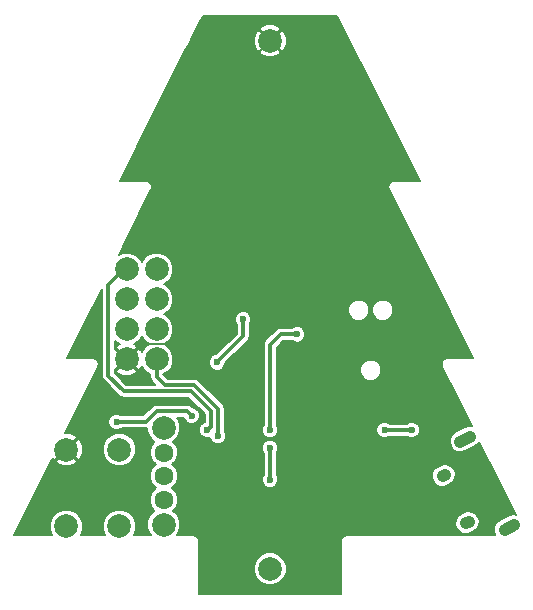
<source format=gbl>
G04 #@! TF.FileFunction,Copper,L2,Bot,Signal*
%FSLAX46Y46*%
G04 Gerber Fmt 4.6, Leading zero omitted, Abs format (unit mm)*
G04 Created by KiCad (PCBNEW 4.0.2+e4-6225~38~ubuntu14.04.1-stable) date Wed 26 Oct 2016 16:13:24 BST*
%MOMM*%
G01*
G04 APERTURE LIST*
%ADD10C,0.100000*%
%ADD11C,2.000000*%
%ADD12C,1.600000*%
%ADD13C,1.000000*%
%ADD14C,0.600000*%
%ADD15C,0.300000*%
%ADD16C,0.150000*%
%ADD17C,0.200000*%
G04 APERTURE END LIST*
D10*
D11*
X117860000Y-106980000D03*
X117860000Y-109520000D03*
X117860000Y-112060000D03*
X117860000Y-114600000D03*
X120400000Y-114600000D03*
X120400000Y-112060000D03*
X120400000Y-109520000D03*
X120400000Y-106980000D03*
X112750000Y-128750000D03*
X117250000Y-128750000D03*
X117250000Y-122250000D03*
X112750000Y-122250000D03*
X130000000Y-87650000D03*
X130000000Y-132350000D03*
D12*
X121000000Y-124500000D03*
X121000000Y-126500000D03*
X121000000Y-122500000D03*
D11*
X121000000Y-120400000D03*
X121000000Y-128600000D03*
D13*
X144601367Y-124511998D02*
X144824905Y-124400058D01*
X146593895Y-128490984D02*
X146817433Y-128379044D01*
X146120100Y-121570642D02*
X146924838Y-121167658D01*
X149858888Y-129036830D02*
X150663626Y-128633846D01*
D14*
X127725000Y-111225000D03*
X125500000Y-114875000D03*
X139700000Y-120600000D03*
X142000000Y-120600000D03*
X122700000Y-114800000D03*
X115225000Y-111025000D03*
X123300000Y-113500000D03*
X145200000Y-114100000D03*
X140100000Y-111700000D03*
X123300000Y-116100000D03*
X136400000Y-88600000D03*
X123600000Y-88600000D03*
X141000000Y-99304739D03*
X119200000Y-98804739D03*
X136000000Y-120400000D03*
X131900000Y-127500000D03*
X124600000Y-132400000D03*
X135400000Y-128500000D03*
X143700000Y-125800000D03*
X143800000Y-125300000D03*
X144200000Y-125600000D03*
X135400000Y-132400000D03*
X126400000Y-126600000D03*
X130000000Y-124800000D03*
X130000000Y-122100000D03*
X132300000Y-112500000D03*
X130000000Y-120600000D03*
X117000000Y-119900000D03*
X123350000Y-119380000D03*
X124700000Y-120600000D03*
X125600000Y-121100000D03*
D15*
X127725000Y-112650000D02*
X127725000Y-111225000D01*
X125500000Y-114875000D02*
X127725000Y-112650000D01*
X142000000Y-120600000D02*
X139700000Y-120600000D01*
D16*
X119200000Y-113325000D02*
X123125000Y-113325000D01*
X123125000Y-113325000D02*
X123300000Y-113500000D01*
X117925000Y-114600000D02*
X119200000Y-113325000D01*
X117860000Y-114600000D02*
X117925000Y-114600000D01*
D15*
X130000000Y-122100000D02*
X130000000Y-124800000D01*
X130900000Y-112500000D02*
X132300000Y-112500000D01*
X130000000Y-113400000D02*
X130900000Y-112500000D01*
X130000000Y-120600000D02*
X130000000Y-113400000D01*
X120400000Y-119000000D02*
X122970000Y-119000000D01*
X122970000Y-119000000D02*
X123350000Y-119380000D01*
X117000000Y-119900000D02*
X119500000Y-119900000D01*
X119500000Y-119900000D02*
X120400000Y-119000000D01*
X125000000Y-120300000D02*
X124700000Y-120600000D01*
X125000000Y-120000000D02*
X125000000Y-120300000D01*
X125000000Y-119000000D02*
X125000000Y-120000000D01*
X123300000Y-117300000D02*
X125000000Y-119000000D01*
X117600000Y-117300000D02*
X123300000Y-117300000D01*
X116300000Y-116000000D02*
X117600000Y-117300000D01*
X116300000Y-108300000D02*
X116300000Y-116000000D01*
X117620000Y-106980000D02*
X116300000Y-108300000D01*
X117860000Y-106980000D02*
X117620000Y-106980000D01*
X125600000Y-118800000D02*
X125600000Y-121100000D01*
X123600000Y-116800000D02*
X125600000Y-118800000D01*
X121100000Y-116800000D02*
X123600000Y-116800000D01*
X120400000Y-116100000D02*
X121100000Y-116800000D01*
X120400000Y-114600000D02*
X120400000Y-116100000D01*
D17*
G36*
X142690982Y-99500000D02*
X140500000Y-99500000D01*
X140482379Y-99503505D01*
X140464556Y-99501258D01*
X140387262Y-99522425D01*
X140308658Y-99538060D01*
X140293721Y-99548041D01*
X140276393Y-99552786D01*
X140213076Y-99601926D01*
X140146447Y-99646447D01*
X140136467Y-99661383D01*
X140122273Y-99672399D01*
X140082586Y-99742021D01*
X140038060Y-99808658D01*
X140034555Y-99826281D01*
X140025659Y-99841886D01*
X140015636Y-99921391D01*
X140000000Y-100000000D01*
X140003505Y-100017621D01*
X140001258Y-100035444D01*
X140022425Y-100112738D01*
X140038060Y-100191342D01*
X140048041Y-100206279D01*
X140052786Y-100223607D01*
X147190982Y-114500000D01*
X145000000Y-114500000D01*
X144982379Y-114503505D01*
X144964556Y-114501258D01*
X144887262Y-114522425D01*
X144808658Y-114538060D01*
X144793721Y-114548041D01*
X144776393Y-114552786D01*
X144713076Y-114601926D01*
X144646447Y-114646447D01*
X144636467Y-114661383D01*
X144622273Y-114672399D01*
X144582586Y-114742021D01*
X144538060Y-114808658D01*
X144534555Y-114826281D01*
X144525659Y-114841886D01*
X144515636Y-114921391D01*
X144500000Y-115000000D01*
X144503505Y-115017621D01*
X144501258Y-115035444D01*
X144522425Y-115112738D01*
X144538060Y-115191342D01*
X144548041Y-115206279D01*
X144552786Y-115223607D01*
X147082483Y-120283000D01*
X146884139Y-120258119D01*
X146545504Y-120351077D01*
X145693468Y-120777745D01*
X145416183Y-120993217D01*
X145242463Y-121298400D01*
X145198754Y-121646832D01*
X145291712Y-121985467D01*
X145507184Y-122262752D01*
X145812367Y-122436472D01*
X146160799Y-122480181D01*
X146499434Y-122387223D01*
X147351470Y-121960555D01*
X147628755Y-121745083D01*
X147727121Y-121572278D01*
X150815196Y-127748426D01*
X150622927Y-127724307D01*
X150284292Y-127817265D01*
X149432256Y-128243933D01*
X149154971Y-128459405D01*
X148981251Y-128764588D01*
X148937542Y-129113020D01*
X149030500Y-129451655D01*
X149068068Y-129500000D01*
X136500000Y-129500000D01*
X136308658Y-129538060D01*
X136146447Y-129646447D01*
X136038060Y-129808658D01*
X136000000Y-130000000D01*
X136000000Y-134500000D01*
X124000000Y-134500000D01*
X124000000Y-132627256D01*
X128599757Y-132627256D01*
X128812445Y-133142000D01*
X129205928Y-133536170D01*
X129720301Y-133749757D01*
X130277256Y-133750243D01*
X130792000Y-133537555D01*
X131186170Y-133144072D01*
X131399757Y-132629699D01*
X131400243Y-132072744D01*
X131187555Y-131558000D01*
X130794072Y-131163830D01*
X130279699Y-130950243D01*
X129722744Y-130949757D01*
X129208000Y-131162445D01*
X128813830Y-131555928D01*
X128600243Y-132070301D01*
X128599757Y-132627256D01*
X124000000Y-132627256D01*
X124000000Y-130000000D01*
X123961940Y-129808658D01*
X123853553Y-129646447D01*
X123691342Y-129538060D01*
X123500000Y-129500000D01*
X122080057Y-129500000D01*
X122186170Y-129394072D01*
X122399757Y-128879699D01*
X122400032Y-128564321D01*
X145678242Y-128564321D01*
X145771199Y-128902956D01*
X145986670Y-129180242D01*
X146291853Y-129353963D01*
X146640285Y-129397672D01*
X146978920Y-129304715D01*
X147238370Y-129174793D01*
X147515656Y-128959322D01*
X147689376Y-128654139D01*
X147733086Y-128305708D01*
X147640129Y-127967072D01*
X147424658Y-127689786D01*
X147119475Y-127516066D01*
X146771043Y-127472356D01*
X146432408Y-127565313D01*
X146172958Y-127695235D01*
X145895672Y-127910706D01*
X145721951Y-128215889D01*
X145678242Y-128564321D01*
X122400032Y-128564321D01*
X122400243Y-128322744D01*
X122187555Y-127808000D01*
X121794072Y-127413830D01*
X121786332Y-127410616D01*
X122016717Y-127180633D01*
X122199791Y-126739742D01*
X122200207Y-126262353D01*
X122017903Y-125821143D01*
X121697057Y-125499735D01*
X122016717Y-125180633D01*
X122199791Y-124739742D01*
X122200207Y-124262353D01*
X122017903Y-123821143D01*
X121697057Y-123499735D01*
X122016717Y-123180633D01*
X122199791Y-122739742D01*
X122200207Y-122262353D01*
X122190405Y-122238628D01*
X129299879Y-122238628D01*
X129406223Y-122496000D01*
X129450000Y-122539854D01*
X129450000Y-124359954D01*
X129406915Y-124402964D01*
X129300122Y-124660150D01*
X129299879Y-124938628D01*
X129406223Y-125196000D01*
X129602964Y-125393085D01*
X129860150Y-125499878D01*
X130138628Y-125500121D01*
X130396000Y-125393777D01*
X130593085Y-125197036D01*
X130699878Y-124939850D01*
X130700121Y-124661372D01*
X130668704Y-124585335D01*
X143685714Y-124585335D01*
X143778671Y-124923970D01*
X143994142Y-125201256D01*
X144299325Y-125374977D01*
X144647757Y-125418686D01*
X144986392Y-125325729D01*
X145245842Y-125195807D01*
X145523128Y-124980336D01*
X145696848Y-124675153D01*
X145740558Y-124326722D01*
X145647601Y-123988086D01*
X145432130Y-123710800D01*
X145126947Y-123537080D01*
X144778515Y-123493370D01*
X144439880Y-123586327D01*
X144180430Y-123716249D01*
X143903144Y-123931720D01*
X143729423Y-124236903D01*
X143685714Y-124585335D01*
X130668704Y-124585335D01*
X130593777Y-124404000D01*
X130550000Y-124360146D01*
X130550000Y-122540046D01*
X130593085Y-122497036D01*
X130699878Y-122239850D01*
X130700121Y-121961372D01*
X130593777Y-121704000D01*
X130397036Y-121506915D01*
X130139850Y-121400122D01*
X129861372Y-121399879D01*
X129604000Y-121506223D01*
X129406915Y-121702964D01*
X129300122Y-121960150D01*
X129299879Y-122238628D01*
X122190405Y-122238628D01*
X122017903Y-121821143D01*
X121786848Y-121589684D01*
X121792000Y-121587555D01*
X122186170Y-121194072D01*
X122399757Y-120679699D01*
X122400243Y-120122744D01*
X122187555Y-119608000D01*
X122129656Y-119550000D01*
X122662842Y-119550000D01*
X122756223Y-119776000D01*
X122952964Y-119973085D01*
X123210150Y-120079878D01*
X123488628Y-120080121D01*
X123746000Y-119973777D01*
X123943085Y-119777036D01*
X124049878Y-119519850D01*
X124050121Y-119241372D01*
X123943777Y-118984000D01*
X123747036Y-118786915D01*
X123489850Y-118680122D01*
X123427886Y-118680068D01*
X123358909Y-118611091D01*
X123180476Y-118491866D01*
X122970000Y-118450000D01*
X120400000Y-118450000D01*
X120189524Y-118491866D01*
X120011091Y-118611091D01*
X119272182Y-119350000D01*
X117440046Y-119350000D01*
X117397036Y-119306915D01*
X117139850Y-119200122D01*
X116861372Y-119199879D01*
X116604000Y-119306223D01*
X116406915Y-119502964D01*
X116300122Y-119760150D01*
X116299879Y-120038628D01*
X116406223Y-120296000D01*
X116602964Y-120493085D01*
X116860150Y-120599878D01*
X117138628Y-120600121D01*
X117396000Y-120493777D01*
X117439854Y-120450000D01*
X119500000Y-120450000D01*
X119599973Y-120430114D01*
X119599757Y-120677256D01*
X119812445Y-121192000D01*
X120205928Y-121586170D01*
X120213668Y-121589384D01*
X119983283Y-121819367D01*
X119800209Y-122260258D01*
X119799793Y-122737647D01*
X119982097Y-123178857D01*
X120302943Y-123500265D01*
X119983283Y-123819367D01*
X119800209Y-124260258D01*
X119799793Y-124737647D01*
X119982097Y-125178857D01*
X120302943Y-125500265D01*
X119983283Y-125819367D01*
X119800209Y-126260258D01*
X119799793Y-126737647D01*
X119982097Y-127178857D01*
X120213152Y-127410316D01*
X120208000Y-127412445D01*
X119813830Y-127805928D01*
X119600243Y-128320301D01*
X119599757Y-128877256D01*
X119812445Y-129392000D01*
X119920257Y-129500000D01*
X118454470Y-129500000D01*
X118649757Y-129029699D01*
X118650243Y-128472744D01*
X118437555Y-127958000D01*
X118044072Y-127563830D01*
X117529699Y-127350243D01*
X116972744Y-127349757D01*
X116458000Y-127562445D01*
X116063830Y-127955928D01*
X115850243Y-128470301D01*
X115849757Y-129027256D01*
X116045091Y-129500000D01*
X113954470Y-129500000D01*
X114149757Y-129029699D01*
X114150243Y-128472744D01*
X113937555Y-127958000D01*
X113544072Y-127563830D01*
X113029699Y-127350243D01*
X112472744Y-127349757D01*
X111958000Y-127562445D01*
X111563830Y-127955928D01*
X111350243Y-128470301D01*
X111349757Y-129027256D01*
X111545091Y-129500000D01*
X108309018Y-129500000D01*
X111447356Y-123223323D01*
X111847388Y-123223323D01*
X111951944Y-123433494D01*
X112465596Y-123648809D01*
X113022546Y-123651167D01*
X113538003Y-123440211D01*
X113548056Y-123433494D01*
X113652612Y-123223323D01*
X112750000Y-122320711D01*
X111847388Y-123223323D01*
X111447356Y-123223323D01*
X111550889Y-123016257D01*
X111559789Y-123038003D01*
X111566506Y-123048056D01*
X111776677Y-123152612D01*
X112679289Y-122250000D01*
X112820711Y-122250000D01*
X113723323Y-123152612D01*
X113933494Y-123048056D01*
X114148809Y-122534404D01*
X114148839Y-122527256D01*
X115849757Y-122527256D01*
X116062445Y-123042000D01*
X116455928Y-123436170D01*
X116970301Y-123649757D01*
X117527256Y-123650243D01*
X118042000Y-123437555D01*
X118436170Y-123044072D01*
X118649757Y-122529699D01*
X118650243Y-121972744D01*
X118437555Y-121458000D01*
X118044072Y-121063830D01*
X117529699Y-120850243D01*
X116972744Y-120849757D01*
X116458000Y-121062445D01*
X116063830Y-121455928D01*
X115850243Y-121970301D01*
X115849757Y-122527256D01*
X114148839Y-122527256D01*
X114151167Y-121977454D01*
X113940211Y-121461997D01*
X113933494Y-121451944D01*
X113723323Y-121347388D01*
X112820711Y-122250000D01*
X112679289Y-122250000D01*
X112665147Y-122235858D01*
X112735858Y-122165147D01*
X112750000Y-122179289D01*
X113652612Y-121276677D01*
X113548056Y-121066506D01*
X113034404Y-120851191D01*
X112634269Y-120849497D01*
X115447214Y-115223607D01*
X115451959Y-115206279D01*
X115461940Y-115191342D01*
X115477574Y-115112746D01*
X115498743Y-115035444D01*
X115496496Y-115017618D01*
X115500000Y-115000000D01*
X115484365Y-114921397D01*
X115474341Y-114841886D01*
X115465445Y-114826281D01*
X115461940Y-114808658D01*
X115417414Y-114742021D01*
X115377727Y-114672399D01*
X115363533Y-114661383D01*
X115353553Y-114646447D01*
X115286924Y-114601926D01*
X115223607Y-114552786D01*
X115206279Y-114548041D01*
X115191342Y-114538060D01*
X115112746Y-114522426D01*
X115035444Y-114501257D01*
X115017618Y-114503504D01*
X115000000Y-114500000D01*
X112809018Y-114500000D01*
X115750000Y-108618035D01*
X115750000Y-116000000D01*
X115791866Y-116210476D01*
X115911091Y-116388909D01*
X117211089Y-117688906D01*
X117211091Y-117688909D01*
X117389524Y-117808134D01*
X117600000Y-117850001D01*
X117600005Y-117850000D01*
X123072182Y-117850000D01*
X124450000Y-119227818D01*
X124450000Y-119945897D01*
X124304000Y-120006223D01*
X124106915Y-120202964D01*
X124000122Y-120460150D01*
X123999879Y-120738628D01*
X124106223Y-120996000D01*
X124302964Y-121193085D01*
X124560150Y-121299878D01*
X124838628Y-121300121D01*
X124912650Y-121269536D01*
X125006223Y-121496000D01*
X125202964Y-121693085D01*
X125460150Y-121799878D01*
X125738628Y-121800121D01*
X125996000Y-121693777D01*
X126193085Y-121497036D01*
X126299878Y-121239850D01*
X126300121Y-120961372D01*
X126208086Y-120738628D01*
X129299879Y-120738628D01*
X129406223Y-120996000D01*
X129602964Y-121193085D01*
X129860150Y-121299878D01*
X130138628Y-121300121D01*
X130396000Y-121193777D01*
X130593085Y-120997036D01*
X130699878Y-120739850D01*
X130699879Y-120738628D01*
X138999879Y-120738628D01*
X139106223Y-120996000D01*
X139302964Y-121193085D01*
X139560150Y-121299878D01*
X139838628Y-121300121D01*
X140096000Y-121193777D01*
X140139854Y-121150000D01*
X141559954Y-121150000D01*
X141602964Y-121193085D01*
X141860150Y-121299878D01*
X142138628Y-121300121D01*
X142396000Y-121193777D01*
X142593085Y-120997036D01*
X142699878Y-120739850D01*
X142700121Y-120461372D01*
X142593777Y-120204000D01*
X142397036Y-120006915D01*
X142139850Y-119900122D01*
X141861372Y-119899879D01*
X141604000Y-120006223D01*
X141560146Y-120050000D01*
X140140046Y-120050000D01*
X140097036Y-120006915D01*
X139839850Y-119900122D01*
X139561372Y-119899879D01*
X139304000Y-120006223D01*
X139106915Y-120202964D01*
X139000122Y-120460150D01*
X138999879Y-120738628D01*
X130699879Y-120738628D01*
X130700121Y-120461372D01*
X130593777Y-120204000D01*
X130550000Y-120160146D01*
X130550000Y-115718236D01*
X137604844Y-115718236D01*
X137741572Y-116049143D01*
X137994525Y-116302538D01*
X138325194Y-116439843D01*
X138683236Y-116440156D01*
X139014143Y-116303428D01*
X139267538Y-116050475D01*
X139404843Y-115719806D01*
X139405156Y-115361764D01*
X139268428Y-115030857D01*
X139015475Y-114777462D01*
X138684806Y-114640157D01*
X138326764Y-114639844D01*
X137995857Y-114776572D01*
X137742462Y-115029525D01*
X137605157Y-115360194D01*
X137604844Y-115718236D01*
X130550000Y-115718236D01*
X130550000Y-113627818D01*
X131127818Y-113050000D01*
X131859954Y-113050000D01*
X131902964Y-113093085D01*
X132160150Y-113199878D01*
X132438628Y-113200121D01*
X132696000Y-113093777D01*
X132893085Y-112897036D01*
X132999878Y-112639850D01*
X133000121Y-112361372D01*
X132893777Y-112104000D01*
X132697036Y-111906915D01*
X132439850Y-111800122D01*
X132161372Y-111799879D01*
X131904000Y-111906223D01*
X131860146Y-111950000D01*
X130900000Y-111950000D01*
X130689524Y-111991866D01*
X130511091Y-112111091D01*
X129611091Y-113011091D01*
X129491866Y-113189524D01*
X129450000Y-113400000D01*
X129450000Y-120159954D01*
X129406915Y-120202964D01*
X129300122Y-120460150D01*
X129299879Y-120738628D01*
X126208086Y-120738628D01*
X126193777Y-120704000D01*
X126150000Y-120660146D01*
X126150000Y-118800000D01*
X126108134Y-118589524D01*
X125988909Y-118411091D01*
X123988909Y-116411091D01*
X123810476Y-116291866D01*
X123600000Y-116250000D01*
X121327817Y-116250000D01*
X120960873Y-115883055D01*
X121192000Y-115787555D01*
X121586170Y-115394072D01*
X121744144Y-115013628D01*
X124799879Y-115013628D01*
X124906223Y-115271000D01*
X125102964Y-115468085D01*
X125360150Y-115574878D01*
X125638628Y-115575121D01*
X125896000Y-115468777D01*
X126093085Y-115272036D01*
X126199878Y-115014850D01*
X126199932Y-114952886D01*
X128113909Y-113038909D01*
X128233134Y-112860476D01*
X128275000Y-112650000D01*
X128275000Y-111665046D01*
X128318085Y-111622036D01*
X128424878Y-111364850D01*
X128425121Y-111086372D01*
X128318777Y-110829000D01*
X128128346Y-110638236D01*
X136588844Y-110638236D01*
X136725572Y-110969143D01*
X136978525Y-111222538D01*
X137309194Y-111359843D01*
X137667236Y-111360156D01*
X137998143Y-111223428D01*
X138251538Y-110970475D01*
X138388843Y-110639806D01*
X138388844Y-110638236D01*
X138620844Y-110638236D01*
X138757572Y-110969143D01*
X139010525Y-111222538D01*
X139341194Y-111359843D01*
X139699236Y-111360156D01*
X140030143Y-111223428D01*
X140283538Y-110970475D01*
X140420843Y-110639806D01*
X140421156Y-110281764D01*
X140284428Y-109950857D01*
X140031475Y-109697462D01*
X139700806Y-109560157D01*
X139342764Y-109559844D01*
X139011857Y-109696572D01*
X138758462Y-109949525D01*
X138621157Y-110280194D01*
X138620844Y-110638236D01*
X138388844Y-110638236D01*
X138389156Y-110281764D01*
X138252428Y-109950857D01*
X137999475Y-109697462D01*
X137668806Y-109560157D01*
X137310764Y-109559844D01*
X136979857Y-109696572D01*
X136726462Y-109949525D01*
X136589157Y-110280194D01*
X136588844Y-110638236D01*
X128128346Y-110638236D01*
X128122036Y-110631915D01*
X127864850Y-110525122D01*
X127586372Y-110524879D01*
X127329000Y-110631223D01*
X127131915Y-110827964D01*
X127025122Y-111085150D01*
X127024879Y-111363628D01*
X127131223Y-111621000D01*
X127175000Y-111664854D01*
X127175000Y-112422182D01*
X125422250Y-114174932D01*
X125361372Y-114174879D01*
X125104000Y-114281223D01*
X124906915Y-114477964D01*
X124800122Y-114735150D01*
X124799879Y-115013628D01*
X121744144Y-115013628D01*
X121799757Y-114879699D01*
X121800243Y-114322744D01*
X121587555Y-113808000D01*
X121194072Y-113413830D01*
X120992327Y-113330058D01*
X121192000Y-113247555D01*
X121586170Y-112854072D01*
X121799757Y-112339699D01*
X121800243Y-111782744D01*
X121587555Y-111268000D01*
X121194072Y-110873830D01*
X120992327Y-110790058D01*
X121192000Y-110707555D01*
X121586170Y-110314072D01*
X121799757Y-109799699D01*
X121800243Y-109242744D01*
X121587555Y-108728000D01*
X121194072Y-108333830D01*
X120992327Y-108250058D01*
X121192000Y-108167555D01*
X121586170Y-107774072D01*
X121799757Y-107259699D01*
X121800243Y-106702744D01*
X121587555Y-106188000D01*
X121194072Y-105793830D01*
X120679699Y-105580243D01*
X120122744Y-105579757D01*
X119608000Y-105792445D01*
X119213830Y-106185928D01*
X119130058Y-106387673D01*
X119047555Y-106188000D01*
X118654072Y-105793830D01*
X118139699Y-105580243D01*
X117582744Y-105579757D01*
X117187479Y-105743077D01*
X119947214Y-100223607D01*
X119951959Y-100206279D01*
X119961940Y-100191342D01*
X119977574Y-100112746D01*
X119998743Y-100035444D01*
X119996496Y-100017618D01*
X120000000Y-100000000D01*
X119984365Y-99921397D01*
X119974341Y-99841886D01*
X119965445Y-99826281D01*
X119961940Y-99808658D01*
X119917414Y-99742021D01*
X119877727Y-99672399D01*
X119863533Y-99661383D01*
X119853553Y-99646447D01*
X119786924Y-99601926D01*
X119723607Y-99552786D01*
X119706279Y-99548041D01*
X119691342Y-99538060D01*
X119612746Y-99522426D01*
X119535444Y-99501257D01*
X119517618Y-99503504D01*
X119500000Y-99500000D01*
X117309018Y-99500000D01*
X122747356Y-88623323D01*
X129097388Y-88623323D01*
X129201944Y-88833494D01*
X129715596Y-89048809D01*
X130272546Y-89051167D01*
X130788003Y-88840211D01*
X130798056Y-88833494D01*
X130902612Y-88623323D01*
X130000000Y-87720711D01*
X129097388Y-88623323D01*
X122747356Y-88623323D01*
X123097745Y-87922546D01*
X128598833Y-87922546D01*
X128809789Y-88438003D01*
X128816506Y-88448056D01*
X129026677Y-88552612D01*
X129929289Y-87650000D01*
X130070711Y-87650000D01*
X130973323Y-88552612D01*
X131183494Y-88448056D01*
X131398809Y-87934404D01*
X131401167Y-87377454D01*
X131190211Y-86861997D01*
X131183494Y-86851944D01*
X130973323Y-86747388D01*
X130070711Y-87650000D01*
X129929289Y-87650000D01*
X129026677Y-86747388D01*
X128816506Y-86851944D01*
X128601191Y-87365596D01*
X128598833Y-87922546D01*
X123097745Y-87922546D01*
X123720679Y-86676677D01*
X129097388Y-86676677D01*
X130000000Y-87579289D01*
X130902612Y-86676677D01*
X130798056Y-86466506D01*
X130284404Y-86251191D01*
X129727454Y-86248833D01*
X129211997Y-86459789D01*
X129201944Y-86466506D01*
X129097388Y-86676677D01*
X123720679Y-86676677D01*
X124309018Y-85500000D01*
X135690982Y-85500000D01*
X142690982Y-99500000D01*
X142690982Y-99500000D01*
G37*
X142690982Y-99500000D02*
X140500000Y-99500000D01*
X140482379Y-99503505D01*
X140464556Y-99501258D01*
X140387262Y-99522425D01*
X140308658Y-99538060D01*
X140293721Y-99548041D01*
X140276393Y-99552786D01*
X140213076Y-99601926D01*
X140146447Y-99646447D01*
X140136467Y-99661383D01*
X140122273Y-99672399D01*
X140082586Y-99742021D01*
X140038060Y-99808658D01*
X140034555Y-99826281D01*
X140025659Y-99841886D01*
X140015636Y-99921391D01*
X140000000Y-100000000D01*
X140003505Y-100017621D01*
X140001258Y-100035444D01*
X140022425Y-100112738D01*
X140038060Y-100191342D01*
X140048041Y-100206279D01*
X140052786Y-100223607D01*
X147190982Y-114500000D01*
X145000000Y-114500000D01*
X144982379Y-114503505D01*
X144964556Y-114501258D01*
X144887262Y-114522425D01*
X144808658Y-114538060D01*
X144793721Y-114548041D01*
X144776393Y-114552786D01*
X144713076Y-114601926D01*
X144646447Y-114646447D01*
X144636467Y-114661383D01*
X144622273Y-114672399D01*
X144582586Y-114742021D01*
X144538060Y-114808658D01*
X144534555Y-114826281D01*
X144525659Y-114841886D01*
X144515636Y-114921391D01*
X144500000Y-115000000D01*
X144503505Y-115017621D01*
X144501258Y-115035444D01*
X144522425Y-115112738D01*
X144538060Y-115191342D01*
X144548041Y-115206279D01*
X144552786Y-115223607D01*
X147082483Y-120283000D01*
X146884139Y-120258119D01*
X146545504Y-120351077D01*
X145693468Y-120777745D01*
X145416183Y-120993217D01*
X145242463Y-121298400D01*
X145198754Y-121646832D01*
X145291712Y-121985467D01*
X145507184Y-122262752D01*
X145812367Y-122436472D01*
X146160799Y-122480181D01*
X146499434Y-122387223D01*
X147351470Y-121960555D01*
X147628755Y-121745083D01*
X147727121Y-121572278D01*
X150815196Y-127748426D01*
X150622927Y-127724307D01*
X150284292Y-127817265D01*
X149432256Y-128243933D01*
X149154971Y-128459405D01*
X148981251Y-128764588D01*
X148937542Y-129113020D01*
X149030500Y-129451655D01*
X149068068Y-129500000D01*
X136500000Y-129500000D01*
X136308658Y-129538060D01*
X136146447Y-129646447D01*
X136038060Y-129808658D01*
X136000000Y-130000000D01*
X136000000Y-134500000D01*
X124000000Y-134500000D01*
X124000000Y-132627256D01*
X128599757Y-132627256D01*
X128812445Y-133142000D01*
X129205928Y-133536170D01*
X129720301Y-133749757D01*
X130277256Y-133750243D01*
X130792000Y-133537555D01*
X131186170Y-133144072D01*
X131399757Y-132629699D01*
X131400243Y-132072744D01*
X131187555Y-131558000D01*
X130794072Y-131163830D01*
X130279699Y-130950243D01*
X129722744Y-130949757D01*
X129208000Y-131162445D01*
X128813830Y-131555928D01*
X128600243Y-132070301D01*
X128599757Y-132627256D01*
X124000000Y-132627256D01*
X124000000Y-130000000D01*
X123961940Y-129808658D01*
X123853553Y-129646447D01*
X123691342Y-129538060D01*
X123500000Y-129500000D01*
X122080057Y-129500000D01*
X122186170Y-129394072D01*
X122399757Y-128879699D01*
X122400032Y-128564321D01*
X145678242Y-128564321D01*
X145771199Y-128902956D01*
X145986670Y-129180242D01*
X146291853Y-129353963D01*
X146640285Y-129397672D01*
X146978920Y-129304715D01*
X147238370Y-129174793D01*
X147515656Y-128959322D01*
X147689376Y-128654139D01*
X147733086Y-128305708D01*
X147640129Y-127967072D01*
X147424658Y-127689786D01*
X147119475Y-127516066D01*
X146771043Y-127472356D01*
X146432408Y-127565313D01*
X146172958Y-127695235D01*
X145895672Y-127910706D01*
X145721951Y-128215889D01*
X145678242Y-128564321D01*
X122400032Y-128564321D01*
X122400243Y-128322744D01*
X122187555Y-127808000D01*
X121794072Y-127413830D01*
X121786332Y-127410616D01*
X122016717Y-127180633D01*
X122199791Y-126739742D01*
X122200207Y-126262353D01*
X122017903Y-125821143D01*
X121697057Y-125499735D01*
X122016717Y-125180633D01*
X122199791Y-124739742D01*
X122200207Y-124262353D01*
X122017903Y-123821143D01*
X121697057Y-123499735D01*
X122016717Y-123180633D01*
X122199791Y-122739742D01*
X122200207Y-122262353D01*
X122190405Y-122238628D01*
X129299879Y-122238628D01*
X129406223Y-122496000D01*
X129450000Y-122539854D01*
X129450000Y-124359954D01*
X129406915Y-124402964D01*
X129300122Y-124660150D01*
X129299879Y-124938628D01*
X129406223Y-125196000D01*
X129602964Y-125393085D01*
X129860150Y-125499878D01*
X130138628Y-125500121D01*
X130396000Y-125393777D01*
X130593085Y-125197036D01*
X130699878Y-124939850D01*
X130700121Y-124661372D01*
X130668704Y-124585335D01*
X143685714Y-124585335D01*
X143778671Y-124923970D01*
X143994142Y-125201256D01*
X144299325Y-125374977D01*
X144647757Y-125418686D01*
X144986392Y-125325729D01*
X145245842Y-125195807D01*
X145523128Y-124980336D01*
X145696848Y-124675153D01*
X145740558Y-124326722D01*
X145647601Y-123988086D01*
X145432130Y-123710800D01*
X145126947Y-123537080D01*
X144778515Y-123493370D01*
X144439880Y-123586327D01*
X144180430Y-123716249D01*
X143903144Y-123931720D01*
X143729423Y-124236903D01*
X143685714Y-124585335D01*
X130668704Y-124585335D01*
X130593777Y-124404000D01*
X130550000Y-124360146D01*
X130550000Y-122540046D01*
X130593085Y-122497036D01*
X130699878Y-122239850D01*
X130700121Y-121961372D01*
X130593777Y-121704000D01*
X130397036Y-121506915D01*
X130139850Y-121400122D01*
X129861372Y-121399879D01*
X129604000Y-121506223D01*
X129406915Y-121702964D01*
X129300122Y-121960150D01*
X129299879Y-122238628D01*
X122190405Y-122238628D01*
X122017903Y-121821143D01*
X121786848Y-121589684D01*
X121792000Y-121587555D01*
X122186170Y-121194072D01*
X122399757Y-120679699D01*
X122400243Y-120122744D01*
X122187555Y-119608000D01*
X122129656Y-119550000D01*
X122662842Y-119550000D01*
X122756223Y-119776000D01*
X122952964Y-119973085D01*
X123210150Y-120079878D01*
X123488628Y-120080121D01*
X123746000Y-119973777D01*
X123943085Y-119777036D01*
X124049878Y-119519850D01*
X124050121Y-119241372D01*
X123943777Y-118984000D01*
X123747036Y-118786915D01*
X123489850Y-118680122D01*
X123427886Y-118680068D01*
X123358909Y-118611091D01*
X123180476Y-118491866D01*
X122970000Y-118450000D01*
X120400000Y-118450000D01*
X120189524Y-118491866D01*
X120011091Y-118611091D01*
X119272182Y-119350000D01*
X117440046Y-119350000D01*
X117397036Y-119306915D01*
X117139850Y-119200122D01*
X116861372Y-119199879D01*
X116604000Y-119306223D01*
X116406915Y-119502964D01*
X116300122Y-119760150D01*
X116299879Y-120038628D01*
X116406223Y-120296000D01*
X116602964Y-120493085D01*
X116860150Y-120599878D01*
X117138628Y-120600121D01*
X117396000Y-120493777D01*
X117439854Y-120450000D01*
X119500000Y-120450000D01*
X119599973Y-120430114D01*
X119599757Y-120677256D01*
X119812445Y-121192000D01*
X120205928Y-121586170D01*
X120213668Y-121589384D01*
X119983283Y-121819367D01*
X119800209Y-122260258D01*
X119799793Y-122737647D01*
X119982097Y-123178857D01*
X120302943Y-123500265D01*
X119983283Y-123819367D01*
X119800209Y-124260258D01*
X119799793Y-124737647D01*
X119982097Y-125178857D01*
X120302943Y-125500265D01*
X119983283Y-125819367D01*
X119800209Y-126260258D01*
X119799793Y-126737647D01*
X119982097Y-127178857D01*
X120213152Y-127410316D01*
X120208000Y-127412445D01*
X119813830Y-127805928D01*
X119600243Y-128320301D01*
X119599757Y-128877256D01*
X119812445Y-129392000D01*
X119920257Y-129500000D01*
X118454470Y-129500000D01*
X118649757Y-129029699D01*
X118650243Y-128472744D01*
X118437555Y-127958000D01*
X118044072Y-127563830D01*
X117529699Y-127350243D01*
X116972744Y-127349757D01*
X116458000Y-127562445D01*
X116063830Y-127955928D01*
X115850243Y-128470301D01*
X115849757Y-129027256D01*
X116045091Y-129500000D01*
X113954470Y-129500000D01*
X114149757Y-129029699D01*
X114150243Y-128472744D01*
X113937555Y-127958000D01*
X113544072Y-127563830D01*
X113029699Y-127350243D01*
X112472744Y-127349757D01*
X111958000Y-127562445D01*
X111563830Y-127955928D01*
X111350243Y-128470301D01*
X111349757Y-129027256D01*
X111545091Y-129500000D01*
X108309018Y-129500000D01*
X111447356Y-123223323D01*
X111847388Y-123223323D01*
X111951944Y-123433494D01*
X112465596Y-123648809D01*
X113022546Y-123651167D01*
X113538003Y-123440211D01*
X113548056Y-123433494D01*
X113652612Y-123223323D01*
X112750000Y-122320711D01*
X111847388Y-123223323D01*
X111447356Y-123223323D01*
X111550889Y-123016257D01*
X111559789Y-123038003D01*
X111566506Y-123048056D01*
X111776677Y-123152612D01*
X112679289Y-122250000D01*
X112820711Y-122250000D01*
X113723323Y-123152612D01*
X113933494Y-123048056D01*
X114148809Y-122534404D01*
X114148839Y-122527256D01*
X115849757Y-122527256D01*
X116062445Y-123042000D01*
X116455928Y-123436170D01*
X116970301Y-123649757D01*
X117527256Y-123650243D01*
X118042000Y-123437555D01*
X118436170Y-123044072D01*
X118649757Y-122529699D01*
X118650243Y-121972744D01*
X118437555Y-121458000D01*
X118044072Y-121063830D01*
X117529699Y-120850243D01*
X116972744Y-120849757D01*
X116458000Y-121062445D01*
X116063830Y-121455928D01*
X115850243Y-121970301D01*
X115849757Y-122527256D01*
X114148839Y-122527256D01*
X114151167Y-121977454D01*
X113940211Y-121461997D01*
X113933494Y-121451944D01*
X113723323Y-121347388D01*
X112820711Y-122250000D01*
X112679289Y-122250000D01*
X112665147Y-122235858D01*
X112735858Y-122165147D01*
X112750000Y-122179289D01*
X113652612Y-121276677D01*
X113548056Y-121066506D01*
X113034404Y-120851191D01*
X112634269Y-120849497D01*
X115447214Y-115223607D01*
X115451959Y-115206279D01*
X115461940Y-115191342D01*
X115477574Y-115112746D01*
X115498743Y-115035444D01*
X115496496Y-115017618D01*
X115500000Y-115000000D01*
X115484365Y-114921397D01*
X115474341Y-114841886D01*
X115465445Y-114826281D01*
X115461940Y-114808658D01*
X115417414Y-114742021D01*
X115377727Y-114672399D01*
X115363533Y-114661383D01*
X115353553Y-114646447D01*
X115286924Y-114601926D01*
X115223607Y-114552786D01*
X115206279Y-114548041D01*
X115191342Y-114538060D01*
X115112746Y-114522426D01*
X115035444Y-114501257D01*
X115017618Y-114503504D01*
X115000000Y-114500000D01*
X112809018Y-114500000D01*
X115750000Y-108618035D01*
X115750000Y-116000000D01*
X115791866Y-116210476D01*
X115911091Y-116388909D01*
X117211089Y-117688906D01*
X117211091Y-117688909D01*
X117389524Y-117808134D01*
X117600000Y-117850001D01*
X117600005Y-117850000D01*
X123072182Y-117850000D01*
X124450000Y-119227818D01*
X124450000Y-119945897D01*
X124304000Y-120006223D01*
X124106915Y-120202964D01*
X124000122Y-120460150D01*
X123999879Y-120738628D01*
X124106223Y-120996000D01*
X124302964Y-121193085D01*
X124560150Y-121299878D01*
X124838628Y-121300121D01*
X124912650Y-121269536D01*
X125006223Y-121496000D01*
X125202964Y-121693085D01*
X125460150Y-121799878D01*
X125738628Y-121800121D01*
X125996000Y-121693777D01*
X126193085Y-121497036D01*
X126299878Y-121239850D01*
X126300121Y-120961372D01*
X126208086Y-120738628D01*
X129299879Y-120738628D01*
X129406223Y-120996000D01*
X129602964Y-121193085D01*
X129860150Y-121299878D01*
X130138628Y-121300121D01*
X130396000Y-121193777D01*
X130593085Y-120997036D01*
X130699878Y-120739850D01*
X130699879Y-120738628D01*
X138999879Y-120738628D01*
X139106223Y-120996000D01*
X139302964Y-121193085D01*
X139560150Y-121299878D01*
X139838628Y-121300121D01*
X140096000Y-121193777D01*
X140139854Y-121150000D01*
X141559954Y-121150000D01*
X141602964Y-121193085D01*
X141860150Y-121299878D01*
X142138628Y-121300121D01*
X142396000Y-121193777D01*
X142593085Y-120997036D01*
X142699878Y-120739850D01*
X142700121Y-120461372D01*
X142593777Y-120204000D01*
X142397036Y-120006915D01*
X142139850Y-119900122D01*
X141861372Y-119899879D01*
X141604000Y-120006223D01*
X141560146Y-120050000D01*
X140140046Y-120050000D01*
X140097036Y-120006915D01*
X139839850Y-119900122D01*
X139561372Y-119899879D01*
X139304000Y-120006223D01*
X139106915Y-120202964D01*
X139000122Y-120460150D01*
X138999879Y-120738628D01*
X130699879Y-120738628D01*
X130700121Y-120461372D01*
X130593777Y-120204000D01*
X130550000Y-120160146D01*
X130550000Y-115718236D01*
X137604844Y-115718236D01*
X137741572Y-116049143D01*
X137994525Y-116302538D01*
X138325194Y-116439843D01*
X138683236Y-116440156D01*
X139014143Y-116303428D01*
X139267538Y-116050475D01*
X139404843Y-115719806D01*
X139405156Y-115361764D01*
X139268428Y-115030857D01*
X139015475Y-114777462D01*
X138684806Y-114640157D01*
X138326764Y-114639844D01*
X137995857Y-114776572D01*
X137742462Y-115029525D01*
X137605157Y-115360194D01*
X137604844Y-115718236D01*
X130550000Y-115718236D01*
X130550000Y-113627818D01*
X131127818Y-113050000D01*
X131859954Y-113050000D01*
X131902964Y-113093085D01*
X132160150Y-113199878D01*
X132438628Y-113200121D01*
X132696000Y-113093777D01*
X132893085Y-112897036D01*
X132999878Y-112639850D01*
X133000121Y-112361372D01*
X132893777Y-112104000D01*
X132697036Y-111906915D01*
X132439850Y-111800122D01*
X132161372Y-111799879D01*
X131904000Y-111906223D01*
X131860146Y-111950000D01*
X130900000Y-111950000D01*
X130689524Y-111991866D01*
X130511091Y-112111091D01*
X129611091Y-113011091D01*
X129491866Y-113189524D01*
X129450000Y-113400000D01*
X129450000Y-120159954D01*
X129406915Y-120202964D01*
X129300122Y-120460150D01*
X129299879Y-120738628D01*
X126208086Y-120738628D01*
X126193777Y-120704000D01*
X126150000Y-120660146D01*
X126150000Y-118800000D01*
X126108134Y-118589524D01*
X125988909Y-118411091D01*
X123988909Y-116411091D01*
X123810476Y-116291866D01*
X123600000Y-116250000D01*
X121327817Y-116250000D01*
X120960873Y-115883055D01*
X121192000Y-115787555D01*
X121586170Y-115394072D01*
X121744144Y-115013628D01*
X124799879Y-115013628D01*
X124906223Y-115271000D01*
X125102964Y-115468085D01*
X125360150Y-115574878D01*
X125638628Y-115575121D01*
X125896000Y-115468777D01*
X126093085Y-115272036D01*
X126199878Y-115014850D01*
X126199932Y-114952886D01*
X128113909Y-113038909D01*
X128233134Y-112860476D01*
X128275000Y-112650000D01*
X128275000Y-111665046D01*
X128318085Y-111622036D01*
X128424878Y-111364850D01*
X128425121Y-111086372D01*
X128318777Y-110829000D01*
X128128346Y-110638236D01*
X136588844Y-110638236D01*
X136725572Y-110969143D01*
X136978525Y-111222538D01*
X137309194Y-111359843D01*
X137667236Y-111360156D01*
X137998143Y-111223428D01*
X138251538Y-110970475D01*
X138388843Y-110639806D01*
X138388844Y-110638236D01*
X138620844Y-110638236D01*
X138757572Y-110969143D01*
X139010525Y-111222538D01*
X139341194Y-111359843D01*
X139699236Y-111360156D01*
X140030143Y-111223428D01*
X140283538Y-110970475D01*
X140420843Y-110639806D01*
X140421156Y-110281764D01*
X140284428Y-109950857D01*
X140031475Y-109697462D01*
X139700806Y-109560157D01*
X139342764Y-109559844D01*
X139011857Y-109696572D01*
X138758462Y-109949525D01*
X138621157Y-110280194D01*
X138620844Y-110638236D01*
X138388844Y-110638236D01*
X138389156Y-110281764D01*
X138252428Y-109950857D01*
X137999475Y-109697462D01*
X137668806Y-109560157D01*
X137310764Y-109559844D01*
X136979857Y-109696572D01*
X136726462Y-109949525D01*
X136589157Y-110280194D01*
X136588844Y-110638236D01*
X128128346Y-110638236D01*
X128122036Y-110631915D01*
X127864850Y-110525122D01*
X127586372Y-110524879D01*
X127329000Y-110631223D01*
X127131915Y-110827964D01*
X127025122Y-111085150D01*
X127024879Y-111363628D01*
X127131223Y-111621000D01*
X127175000Y-111664854D01*
X127175000Y-112422182D01*
X125422250Y-114174932D01*
X125361372Y-114174879D01*
X125104000Y-114281223D01*
X124906915Y-114477964D01*
X124800122Y-114735150D01*
X124799879Y-115013628D01*
X121744144Y-115013628D01*
X121799757Y-114879699D01*
X121800243Y-114322744D01*
X121587555Y-113808000D01*
X121194072Y-113413830D01*
X120992327Y-113330058D01*
X121192000Y-113247555D01*
X121586170Y-112854072D01*
X121799757Y-112339699D01*
X121800243Y-111782744D01*
X121587555Y-111268000D01*
X121194072Y-110873830D01*
X120992327Y-110790058D01*
X121192000Y-110707555D01*
X121586170Y-110314072D01*
X121799757Y-109799699D01*
X121800243Y-109242744D01*
X121587555Y-108728000D01*
X121194072Y-108333830D01*
X120992327Y-108250058D01*
X121192000Y-108167555D01*
X121586170Y-107774072D01*
X121799757Y-107259699D01*
X121800243Y-106702744D01*
X121587555Y-106188000D01*
X121194072Y-105793830D01*
X120679699Y-105580243D01*
X120122744Y-105579757D01*
X119608000Y-105792445D01*
X119213830Y-106185928D01*
X119130058Y-106387673D01*
X119047555Y-106188000D01*
X118654072Y-105793830D01*
X118139699Y-105580243D01*
X117582744Y-105579757D01*
X117187479Y-105743077D01*
X119947214Y-100223607D01*
X119951959Y-100206279D01*
X119961940Y-100191342D01*
X119977574Y-100112746D01*
X119998743Y-100035444D01*
X119996496Y-100017618D01*
X120000000Y-100000000D01*
X119984365Y-99921397D01*
X119974341Y-99841886D01*
X119965445Y-99826281D01*
X119961940Y-99808658D01*
X119917414Y-99742021D01*
X119877727Y-99672399D01*
X119863533Y-99661383D01*
X119853553Y-99646447D01*
X119786924Y-99601926D01*
X119723607Y-99552786D01*
X119706279Y-99548041D01*
X119691342Y-99538060D01*
X119612746Y-99522426D01*
X119535444Y-99501257D01*
X119517618Y-99503504D01*
X119500000Y-99500000D01*
X117309018Y-99500000D01*
X122747356Y-88623323D01*
X129097388Y-88623323D01*
X129201944Y-88833494D01*
X129715596Y-89048809D01*
X130272546Y-89051167D01*
X130788003Y-88840211D01*
X130798056Y-88833494D01*
X130902612Y-88623323D01*
X130000000Y-87720711D01*
X129097388Y-88623323D01*
X122747356Y-88623323D01*
X123097745Y-87922546D01*
X128598833Y-87922546D01*
X128809789Y-88438003D01*
X128816506Y-88448056D01*
X129026677Y-88552612D01*
X129929289Y-87650000D01*
X130070711Y-87650000D01*
X130973323Y-88552612D01*
X131183494Y-88448056D01*
X131398809Y-87934404D01*
X131401167Y-87377454D01*
X131190211Y-86861997D01*
X131183494Y-86851944D01*
X130973323Y-86747388D01*
X130070711Y-87650000D01*
X129929289Y-87650000D01*
X129026677Y-86747388D01*
X128816506Y-86851944D01*
X128601191Y-87365596D01*
X128598833Y-87922546D01*
X123097745Y-87922546D01*
X123720679Y-86676677D01*
X129097388Y-86676677D01*
X130000000Y-87579289D01*
X130902612Y-86676677D01*
X130798056Y-86466506D01*
X130284404Y-86251191D01*
X129727454Y-86248833D01*
X129211997Y-86459789D01*
X129201944Y-86466506D01*
X129097388Y-86676677D01*
X123720679Y-86676677D01*
X124309018Y-85500000D01*
X135690982Y-85500000D01*
X142690982Y-99500000D01*
G36*
X119212445Y-112852000D02*
X119605928Y-113246170D01*
X119807673Y-113329942D01*
X119608000Y-113412445D01*
X119213830Y-113805928D01*
X119130176Y-114007387D01*
X119050211Y-113811997D01*
X119043494Y-113801944D01*
X118833323Y-113697388D01*
X117930711Y-114600000D01*
X118833323Y-115502612D01*
X119043494Y-115398056D01*
X119129838Y-115192076D01*
X119212445Y-115392000D01*
X119605928Y-115786170D01*
X119850000Y-115887518D01*
X119850000Y-116100000D01*
X119891866Y-116310476D01*
X120011091Y-116488909D01*
X120272182Y-116750000D01*
X117827817Y-116750000D01*
X116850000Y-115772182D01*
X116850000Y-115573323D01*
X116957388Y-115573323D01*
X117061944Y-115783494D01*
X117575596Y-115998809D01*
X118132546Y-116001167D01*
X118648003Y-115790211D01*
X118658056Y-115783494D01*
X118762612Y-115573323D01*
X117860000Y-114670711D01*
X116957388Y-115573323D01*
X116850000Y-115573323D01*
X116850000Y-115484366D01*
X116886677Y-115502612D01*
X117789289Y-114600000D01*
X116886677Y-113697388D01*
X116850000Y-113715634D01*
X116850000Y-113029865D01*
X117065928Y-113246170D01*
X117267387Y-113329824D01*
X117071997Y-113409789D01*
X117061944Y-113416506D01*
X116957388Y-113626677D01*
X117860000Y-114529289D01*
X118762612Y-113626677D01*
X118658056Y-113416506D01*
X118452076Y-113330162D01*
X118652000Y-113247555D01*
X119046170Y-112854072D01*
X119129942Y-112652327D01*
X119212445Y-112852000D01*
X119212445Y-112852000D01*
G37*
X119212445Y-112852000D02*
X119605928Y-113246170D01*
X119807673Y-113329942D01*
X119608000Y-113412445D01*
X119213830Y-113805928D01*
X119130176Y-114007387D01*
X119050211Y-113811997D01*
X119043494Y-113801944D01*
X118833323Y-113697388D01*
X117930711Y-114600000D01*
X118833323Y-115502612D01*
X119043494Y-115398056D01*
X119129838Y-115192076D01*
X119212445Y-115392000D01*
X119605928Y-115786170D01*
X119850000Y-115887518D01*
X119850000Y-116100000D01*
X119891866Y-116310476D01*
X120011091Y-116488909D01*
X120272182Y-116750000D01*
X117827817Y-116750000D01*
X116850000Y-115772182D01*
X116850000Y-115573323D01*
X116957388Y-115573323D01*
X117061944Y-115783494D01*
X117575596Y-115998809D01*
X118132546Y-116001167D01*
X118648003Y-115790211D01*
X118658056Y-115783494D01*
X118762612Y-115573323D01*
X117860000Y-114670711D01*
X116957388Y-115573323D01*
X116850000Y-115573323D01*
X116850000Y-115484366D01*
X116886677Y-115502612D01*
X117789289Y-114600000D01*
X116886677Y-113697388D01*
X116850000Y-113715634D01*
X116850000Y-113029865D01*
X117065928Y-113246170D01*
X117267387Y-113329824D01*
X117071997Y-113409789D01*
X117061944Y-113416506D01*
X116957388Y-113626677D01*
X117860000Y-114529289D01*
X118762612Y-113626677D01*
X118658056Y-113416506D01*
X118452076Y-113330162D01*
X118652000Y-113247555D01*
X119046170Y-112854072D01*
X119129942Y-112652327D01*
X119212445Y-112852000D01*
M02*

</source>
